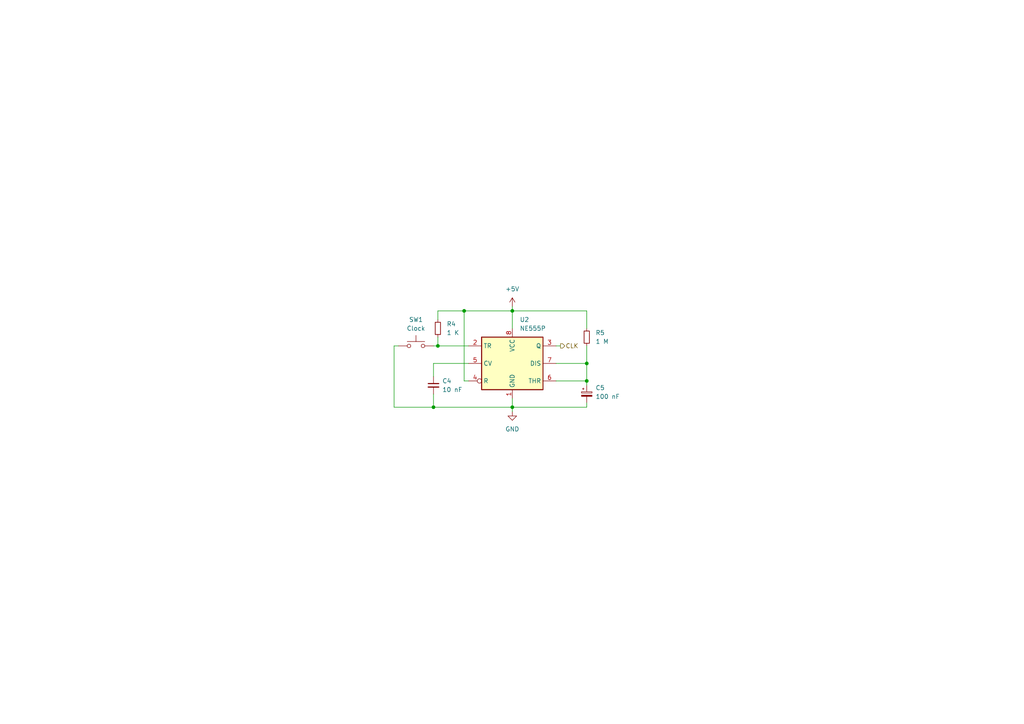
<source format=kicad_sch>
(kicad_sch (version 20250114) (generator "eeschema") (generator_version "9.0")
  (paper "A4")
  (lib_symbols
    (symbol "Device:C_Polarized_Small" (pin_numbers (hide yes)) (pin_names (offset 0.254) (hide yes))
      (property "Reference" "C" (at 0.254 1.778 0))
      (property "Value" "C_Polarized_Small" (at 0.254 -2.032 0))
      (symbol "C_Polarized_Small_0_1"
        (rectangle (start -1.524 0.6858) (end 1.524 0.3048))
        (rectangle (start -1.524 -0.3048) (end 1.524 -0.6858) (fill (type outline)))
        (polyline (pts (xy -1.27 1.524) (xy -0.762 1.524)))
        (polyline (pts (xy -1.016 1.27) (xy -1.016 1.778)))
      )
      (symbol "C_Polarized_Small_1_1"
        (pin passive line (at 0 2.54 270) (length 1.8542) (name "~") (number "1"))
        (pin passive line (at 0 -2.54 90) (length 1.8542) (name "~") (number "2"))
      )
    )
    (symbol "Device:C_Small" (pin_numbers (hide yes)) (pin_names (offset 0.254) (hide yes))
      (property "Reference" "C" (at 0.254 1.778 0))
      (property "Value" "C_Small" (at 0.254 -2.032 0))
      (symbol "C_Small_0_1"
        (polyline (pts (xy -1.524 0.508) (xy 1.524 0.508)) (stroke (width 0.3048)))
        (polyline (pts (xy -1.524 -0.508) (xy 1.524 -0.508)) (stroke (width 0.3302)))
      )
      (symbol "C_Small_1_1"
        (pin passive line (at 0 2.54 270) (length 2.032) (name "~") (number "1"))
        (pin passive line (at 0 -2.54 90) (length 2.032) (name "~") (number "2"))
      )
    )
    (symbol "Device:R_Small" (pin_numbers (hide yes)) (pin_names (offset 0.254) (hide yes))
      (property "Reference" "R" (at 0.762 0.508 0))
      (property "Value" "R_Small" (at 0.762 -1.016 0))
      (symbol "R_Small_0_1"
        (rectangle (start -0.762 1.778) (end 0.762 -1.778) (stroke (width 0.2032)))
      )
      (symbol "R_Small_1_1"
        (pin passive line (at 0 2.54 270) (length 0.762) (name "~") (number "1"))
        (pin passive line (at 0 -2.54 90) (length 0.762) (name "~") (number "2"))
      )
    )
    (symbol "Switch:SW_Push" (pin_numbers (hide yes)) (pin_names (offset 1.016) (hide yes))
      (property "Reference" "SW" (at 1.27 2.54 0))
      (property "Value" "SW_Push" (at 0 -1.524 0))
      (symbol "SW_Push_0_1"
        (circle (center -2.032 0) (radius 0.508))
        (polyline (pts (xy 0 1.27) (xy 0 3.048)))
        (circle (center 2.032 0) (radius 0.508))
        (polyline (pts (xy 2.54 1.27) (xy -2.54 1.27)))
        (pin passive line (at -5.08 0 0) (length 2.54) (name "1") (number "1"))
        (pin passive line (at 5.08 0 180) (length 2.54) (name "2") (number "2"))
      )
    )
    (symbol "Timer:NE555P"
      (property "Reference" "U" (at -10.16 8.89 0))
      (property "Value" "NE555P" (at 2.54 8.89 0))
      (symbol "NE555P_0_0"
        (pin power_in line (at 0 10.16 270) (length 2.54) (name "VCC") (number "8"))
        (pin power_in line (at 0 -10.16 90) (length 2.54) (name "GND") (number "1"))
      )
      (symbol "NE555P_0_1"
        (rectangle (start -8.89 -7.62) (end 8.89 7.62) (stroke (width 0.254)) (fill (type background)))
        (rectangle (start -8.89 -7.62) (end 8.89 7.62) (stroke (width 0.254)) (fill (type background)))
      )
      (symbol "NE555P_1_1"
        (pin input line (at -12.7 5.08 0) (length 3.81) (name "TR") (number "2"))
        (pin input line (at -12.7 0 0) (length 3.81) (name "CV") (number "5"))
        (pin input inverted (at -12.7 -5.08 0) (length 3.81) (name "R") (number "4"))
        (pin output line (at 12.7 5.08 180) (length 3.81) (name "Q") (number "3"))
        (pin input line (at 12.7 0 180) (length 3.81) (name "DIS") (number "7"))
        (pin input line (at 12.7 -5.08 180) (length 3.81) (name "THR") (number "6"))
      )
    )
    (symbol "power:+5V" (power) (pin_numbers (hide yes)) (pin_names (offset 0) (hide yes))
      (property "Value" "+5V" (at 0 3.556 0))
      (symbol "+5V_0_1"
        (polyline (pts (xy -0.762 1.27) (xy 0 2.54)))
        (polyline (pts (xy 0 2.54) (xy 0.762 1.27)))
        (polyline (pts (xy 0 0) (xy 0 2.54)))
      )
      (symbol "+5V_1_1"
        (pin power_in line (at 0 0 90) (length 0) (name "~") (number "1"))
      )
    )
    (symbol "power:GND" (power) (pin_numbers (hide yes)) (pin_names (offset 0) (hide yes))
      (property "Value" "GND" (at 0 -3.81 0))
      (symbol "GND_0_1"
        (polyline (pts (xy 0 0) (xy 0 -1.27) (xy 1.27 -1.27) (xy 0 -2.54) (xy -1.27 -1.27) (xy 0 -1.27)))
      )
      (symbol "GND_1_1"
        (pin power_in line (at 0 0 270) (length 0) (name "~") (number "1"))
      )
    )
  )
  (junction (at 125.73 118.11))
  (junction (at 170.18 105.41))
  (junction (at 148.59 90.17))
  (junction (at 134.62 90.17))
  (junction (at 170.18 110.49))
  (junction (at 127 100.33))
  (junction (at 148.59 118.11))
  (wire (pts (xy 170.18 100.33) (xy 170.18 105.41)))
  (wire (pts (xy 170.18 118.11) (xy 148.59 118.11)))
  (wire (pts (xy 148.59 115.57) (xy 148.59 118.11)))
  (wire (pts (xy 170.18 90.17) (xy 148.59 90.17)))
  (wire (pts (xy 114.3 118.11) (xy 125.73 118.11)))
  (wire (pts (xy 125.73 105.41) (xy 125.73 109.22)))
  (wire (pts (xy 148.59 118.11) (xy 148.59 119.38)))
  (wire (pts (xy 161.29 105.41) (xy 170.18 105.41)))
  (wire (pts (xy 170.18 110.49) (xy 170.18 111.76)))
  (wire (pts (xy 125.73 114.3) (xy 125.73 118.11)))
  (wire (pts (xy 135.89 110.49) (xy 134.62 110.49)))
  (wire (pts (xy 134.62 110.49) (xy 134.62 90.17)))
  (wire (pts (xy 125.73 100.33) (xy 127 100.33)))
  (wire (pts (xy 125.73 118.11) (xy 148.59 118.11)))
  (wire (pts (xy 148.59 88.9) (xy 148.59 90.17)))
  (wire (pts (xy 170.18 116.84) (xy 170.18 118.11)))
  (wire (pts (xy 127 90.17) (xy 134.62 90.17)))
  (wire (pts (xy 170.18 105.41) (xy 170.18 110.49)))
  (wire (pts (xy 170.18 95.25) (xy 170.18 90.17)))
  (wire (pts (xy 127 100.33) (xy 135.89 100.33)))
  (wire (pts (xy 161.29 110.49) (xy 170.18 110.49)))
  (wire (pts (xy 148.59 90.17) (xy 148.59 95.25)))
  (wire (pts (xy 115.57 100.33) (xy 114.3 100.33)))
  (wire (pts (xy 161.29 100.33) (xy 162.56 100.33)))
  (wire (pts (xy 127 97.79) (xy 127 100.33)))
  (wire (pts (xy 135.89 105.41) (xy 125.73 105.41)))
  (wire (pts (xy 114.3 100.33) (xy 114.3 118.11)))
  (wire (pts (xy 134.62 90.17) (xy 148.59 90.17)))
  (wire (pts (xy 127 92.71) (xy 127 90.17)))
  (hierarchical_label "CLK" (shape output) (at 162.56 100.33 0))
  (symbol (lib_id "Timer:NE555P") (at 148.59 105.41 0) (unit 1)
    (property "Reference" "U2" (at 150.7333 92.71 0) (effects (justify left)))
    (property "Value" "NE555P" (at 150.7333 95.25 0) (effects (justify left)))
    (property "Footprint" "Package_DIP:DIP-8_W7.62mm_Socket" (effects (hide yes)))
    (property "Datasheet" "http://www.ti.com/lit/ds/symlink/ne555.pdf" (effects (hide yes)))
    (property "Description" "Precision Timers, 555 compatible,  PDIP-8" (effects (hide yes)))
  )
  (symbol (lib_id "Device:C_Small") (at 125.73 111.76 0) (unit 1)
    (property "Reference" "C4" (at 128.27 110.4962 0) (effects (justify left)))
    (property "Value" "10 nF" (at 128.27 113.0362 0) (effects (justify left)))
    (property "Footprint" "Capacitor_THT:C_Disc_D7.5mm_W5.0mm_P5.00mm" (effects (hide yes)))
    (property "Description" "Unpolarized capacitor, small symbol" (effects (hide yes)))
  )
  (symbol (lib_id "Device:C_Polarized_Small") (at 170.18 114.3 0) (unit 1)
    (property "Reference" "C5" (at 172.72 112.4838 0) (effects (justify left)))
    (property "Value" "100 nF" (at 172.72 115.0238 0) (effects (justify left)))
    (property "Footprint" "Capacitor_THT:CP_Radial_D5.0mm_P2.50mm" (effects (hide yes)))
    (property "Description" "Polarized capacitor, small symbol" (effects (hide yes)))
  )
  (symbol (lib_id "power:GND") (at 148.59 119.38 0) (unit 1)
    (property "Reference" "#PWR015" (effects (hide yes)))
    (property "Value" "GND" (at 148.59 124.46 0))
    (property "Description" "Power symbol creates a global label with name \"GND\" , ground" (effects (hide yes)))
  )
  (symbol (lib_id "Switch:SW_Push") (at 120.65 100.33 0) (unit 1)
    (property "Reference" "SW1" (at 120.65 92.71 0))
    (property "Value" "Clock" (at 120.65 95.25 0))
    (property "Footprint" "Button_Switch_THT:SW_PUSH_6mm" (effects (hide yes)))
    (property "Description" "Push button switch, generic, two pins" (effects (hide yes)))
  )
  (symbol (lib_id "Device:R_Small") (at 127 95.25 0) (unit 1)
    (property "Reference" "R4" (at 129.54 93.9799 0) (effects (justify left)))
    (property "Value" "1 K" (at 129.54 96.5199 0) (effects (justify left)))
    (property "Footprint" "Resistor_THT:R_Axial_DIN0207_L6.3mm_D2.5mm_P10.16mm_Horizontal" (effects (hide yes)))
    (property "Description" "Resistor, small symbol" (effects (hide yes)))
  )
  (symbol (lib_id "power:+5V") (at 148.59 88.9 0) (unit 1)
    (property "Reference" "#PWR014" (effects (hide yes)))
    (property "Value" "+5V" (at 148.59 83.82 0))
    (property "Description" "Power symbol creates a global label with name \"+5V\"" (effects (hide yes)))
  )
  (symbol (lib_id "Device:R_Small") (at 170.18 97.79 0) (unit 1)
    (property "Reference" "R5" (at 172.72 96.5199 0) (effects (justify left)))
    (property "Value" "1 M" (at 172.72 99.0599 0) (effects (justify left)))
    (property "Footprint" "Resistor_THT:R_Axial_DIN0207_L6.3mm_D2.5mm_P10.16mm_Horizontal" (effects (hide yes)))
    (property "Description" "Resistor, small symbol" (effects (hide yes)))
  )
)
</source>
